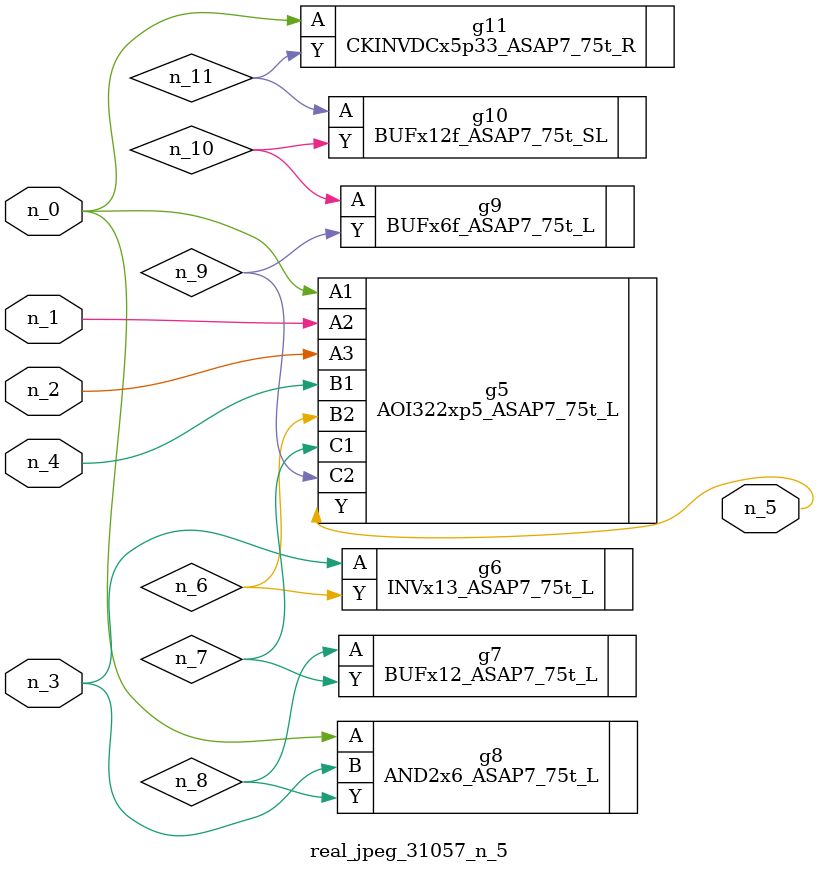
<source format=v>
module real_jpeg_31057_n_5 (n_4, n_0, n_1, n_2, n_3, n_5);

input n_4;
input n_0;
input n_1;
input n_2;
input n_3;

output n_5;

wire n_8;
wire n_11;
wire n_6;
wire n_7;
wire n_10;
wire n_9;

AOI322xp5_ASAP7_75t_L g5 ( 
.A1(n_0),
.A2(n_1),
.A3(n_2),
.B1(n_4),
.B2(n_6),
.C1(n_7),
.C2(n_9),
.Y(n_5)
);

AND2x6_ASAP7_75t_L g8 ( 
.A(n_0),
.B(n_3),
.Y(n_8)
);

CKINVDCx5p33_ASAP7_75t_R g11 ( 
.A(n_0),
.Y(n_11)
);

INVx13_ASAP7_75t_L g6 ( 
.A(n_3),
.Y(n_6)
);

BUFx12_ASAP7_75t_L g7 ( 
.A(n_8),
.Y(n_7)
);

BUFx6f_ASAP7_75t_L g9 ( 
.A(n_10),
.Y(n_9)
);

BUFx12f_ASAP7_75t_SL g10 ( 
.A(n_11),
.Y(n_10)
);


endmodule
</source>
